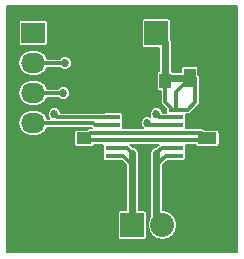
<source format=gtl>
G04 #@! TF.FileFunction,Copper,L1,Top,Signal*
%FSLAX46Y46*%
G04 Gerber Fmt 4.6, Leading zero omitted, Abs format (unit mm)*
G04 Created by KiCad (PCBNEW (2015-05-26 BZR 5680)-product) date 2015 June 16, Tuesday 18:31:44*
%MOMM*%
G01*
G04 APERTURE LIST*
%ADD10C,0.100000*%
%ADD11R,1.000000X1.250000*%
%ADD12R,1.000000X1.600000*%
%ADD13R,1.250000X1.000000*%
%ADD14R,1.600000X1.000000*%
%ADD15R,2.032000X2.032000*%
%ADD16O,2.032000X2.032000*%
%ADD17R,2.032000X1.727200*%
%ADD18O,2.032000X1.727200*%
%ADD19R,1.270000X0.406400*%
%ADD20C,0.685800*%
%ADD21C,0.304800*%
%ADD22C,0.609600*%
%ADD23C,0.152400*%
G04 APERTURE END LIST*
D10*
D11*
X161782000Y-86868000D03*
X159782000Y-86868000D03*
D12*
X163854000Y-86614000D03*
X166854000Y-86614000D03*
D13*
X154940000Y-91710000D03*
X154940000Y-93710000D03*
D14*
X165354000Y-91718000D03*
X165354000Y-94718000D03*
D15*
X161036000Y-82804000D03*
D16*
X158496000Y-82804000D03*
D17*
X150622000Y-82804000D03*
D18*
X150622000Y-85344000D03*
X150622000Y-87884000D03*
X150622000Y-90424000D03*
D15*
X159004000Y-99060000D03*
D16*
X161544000Y-99060000D03*
D19*
X157353000Y-89281000D03*
X157353000Y-89916000D03*
X157353000Y-90576400D03*
X157353000Y-91236800D03*
X157353000Y-91871800D03*
X157353000Y-92532200D03*
X157353000Y-93192600D03*
X157353000Y-93827600D03*
X157353000Y-94488000D03*
X157353000Y-95123000D03*
X162687000Y-95123000D03*
X162687000Y-94488000D03*
X162687000Y-93827600D03*
X162687000Y-93192600D03*
X162687000Y-92532200D03*
X162687000Y-91871800D03*
X162687000Y-91236800D03*
X162687000Y-90576400D03*
X162687000Y-89916000D03*
X162687000Y-89281000D03*
D20*
X149860000Y-100330000D03*
X156210000Y-97790000D03*
X156210000Y-99060000D03*
X156210000Y-100330000D03*
X154940000Y-100330000D03*
X154940000Y-99060000D03*
X154940000Y-97790000D03*
X154940000Y-96520000D03*
X154940000Y-95250000D03*
X153670000Y-95250000D03*
X152400000Y-95250000D03*
X152400000Y-93980000D03*
X152400000Y-92710000D03*
X151130000Y-92710000D03*
X149860000Y-92710000D03*
X149860000Y-93980000D03*
X151130000Y-93980000D03*
X151130000Y-95250000D03*
X149860000Y-95250000D03*
X149860000Y-96520000D03*
X151130000Y-96520000D03*
X152400000Y-96520000D03*
X153670000Y-96520000D03*
X153670000Y-97790000D03*
X152400000Y-97790000D03*
X151130000Y-97790000D03*
X149860000Y-97790000D03*
X149860000Y-99060000D03*
X151130000Y-99060000D03*
X152400000Y-99060000D03*
X153670000Y-99060000D03*
X153670000Y-100330000D03*
X152400000Y-100330000D03*
X151130000Y-100330000D03*
X156210000Y-95250000D03*
X156210000Y-96520000D03*
X157480000Y-96520000D03*
X160020000Y-95250000D03*
X160020000Y-93980000D03*
X160020000Y-92710000D03*
X163830000Y-100330000D03*
X163830000Y-99060000D03*
X163830000Y-97790000D03*
X163830000Y-96520000D03*
X165100000Y-96520000D03*
X165100000Y-97790000D03*
X165100000Y-99060000D03*
X165100000Y-100330000D03*
X166370000Y-100330000D03*
X166370000Y-99060000D03*
X166370000Y-97790000D03*
X166370000Y-96520000D03*
X166370000Y-90170000D03*
X165100000Y-90170000D03*
X165100000Y-88900000D03*
X166370000Y-88900000D03*
X156210000Y-81280000D03*
X154940000Y-81280000D03*
X153670000Y-81280000D03*
X152400000Y-82550000D03*
X153670000Y-82550000D03*
X154940000Y-82550000D03*
X156210000Y-82550000D03*
X156210000Y-83820000D03*
X154940000Y-83820000D03*
X153670000Y-83820000D03*
X154940000Y-85090000D03*
X156210000Y-85090000D03*
X156210000Y-86360000D03*
X157480000Y-86360000D03*
X157480000Y-85090000D03*
X158750000Y-85090000D03*
X160020000Y-85090000D03*
X163830000Y-83820000D03*
X163830000Y-82550000D03*
X163830000Y-81280000D03*
X165100000Y-81280000D03*
X165100000Y-82550000D03*
X165100000Y-83820000D03*
X165100000Y-85090000D03*
X166370000Y-85090000D03*
X166370000Y-83820000D03*
X166370000Y-82550000D03*
X166370000Y-81280000D03*
X152400000Y-89662000D03*
X161036000Y-89662000D03*
X153289000Y-85344000D03*
X160274000Y-90424000D03*
X153162000Y-87884000D03*
D21*
X162687000Y-89281000D02*
X162687000Y-87781000D01*
X162687000Y-87781000D02*
X163854000Y-86614000D01*
X162687000Y-89281000D02*
X162433000Y-89281000D01*
X162433000Y-89281000D02*
X161782000Y-88630000D01*
X161782000Y-88630000D02*
X161782000Y-86868000D01*
D22*
X162036000Y-86614000D02*
X161782000Y-86868000D01*
X163854000Y-86614000D02*
X162036000Y-86614000D01*
X161798000Y-83566000D02*
X161036000Y-82804000D01*
X161798000Y-85344000D02*
X161798000Y-83566000D01*
X161782000Y-86376000D02*
X161798000Y-85344000D01*
X161782000Y-86868000D02*
X161782000Y-86376000D01*
D21*
X164338000Y-86614000D02*
X163854000Y-86614000D01*
X163703000Y-89281000D02*
X164338000Y-88646000D01*
X164338000Y-88646000D02*
X164338000Y-87376000D01*
X164338000Y-87376000D02*
X164338000Y-86614000D01*
X162687000Y-89281000D02*
X163703000Y-89281000D01*
X163854000Y-86844000D02*
X163854000Y-86614000D01*
D23*
X156210000Y-99060000D02*
X156210000Y-100330000D01*
X154940000Y-100330000D02*
X154940000Y-99060000D01*
X154940000Y-97790000D02*
X154940000Y-96520000D01*
X154940000Y-95250000D02*
X153670000Y-95250000D01*
X152400000Y-95250000D02*
X152400000Y-93980000D01*
X152400000Y-92710000D02*
X151130000Y-92710000D01*
X149860000Y-92710000D02*
X149860000Y-93980000D01*
X151130000Y-93980000D02*
X151130000Y-95250000D01*
X149860000Y-95250000D02*
X149860000Y-96520000D01*
X151130000Y-96520000D02*
X152400000Y-96520000D01*
X153670000Y-96520000D02*
X153670000Y-97790000D01*
X152400000Y-97790000D02*
X151130000Y-97790000D01*
X149860000Y-97790000D02*
X149860000Y-99060000D01*
X151130000Y-99060000D02*
X152400000Y-99060000D01*
X153670000Y-99060000D02*
X153670000Y-100330000D01*
X152400000Y-100330000D02*
X151130000Y-100330000D01*
X156210000Y-97790000D02*
X156210000Y-96520000D01*
X154940000Y-93710000D02*
X154940000Y-93980000D01*
X154940000Y-93980000D02*
X156210000Y-95250000D01*
X156210000Y-96520000D02*
X157480000Y-96520000D01*
X160020000Y-95250000D02*
X160020000Y-93980000D01*
D21*
X165354000Y-94718000D02*
X165354000Y-95504000D01*
X163830000Y-97790000D02*
X163830000Y-99060000D01*
X165100000Y-96520000D02*
X163830000Y-96520000D01*
X165100000Y-99060000D02*
X165100000Y-97790000D01*
X166370000Y-100330000D02*
X165100000Y-100330000D01*
X166370000Y-97790000D02*
X166370000Y-99060000D01*
X165354000Y-95504000D02*
X166370000Y-96520000D01*
X166854000Y-86614000D02*
X166854000Y-88416000D01*
X165100000Y-88900000D02*
X165100000Y-90170000D01*
X166854000Y-88416000D02*
X166370000Y-88900000D01*
X158496000Y-82804000D02*
X157734000Y-82804000D01*
X157734000Y-82804000D02*
X156210000Y-81280000D01*
X154940000Y-81280000D02*
X153670000Y-81280000D01*
X152400000Y-82550000D02*
X153670000Y-82550000D01*
X154940000Y-82550000D02*
X156210000Y-82550000D01*
X156210000Y-83820000D02*
X154940000Y-83820000D01*
X153670000Y-83820000D02*
X154940000Y-85090000D01*
X156210000Y-85090000D02*
X156210000Y-86360000D01*
X157480000Y-86360000D02*
X157480000Y-85090000D01*
X158750000Y-85090000D02*
X160020000Y-85090000D01*
X163830000Y-83820000D02*
X163830000Y-82550000D01*
X163830000Y-81280000D02*
X165100000Y-81280000D01*
X165100000Y-82550000D02*
X165100000Y-83820000D01*
X165100000Y-85090000D02*
X166370000Y-85090000D01*
X166370000Y-83820000D02*
X166370000Y-82550000D01*
X155159200Y-91490800D02*
X154940000Y-91710000D01*
X157353000Y-91236800D02*
X162687000Y-91236800D01*
X157353000Y-91871800D02*
X162687000Y-91871800D01*
X155413200Y-91236800D02*
X154940000Y-91710000D01*
X157353000Y-91236800D02*
X155413200Y-91236800D01*
X155101800Y-91871800D02*
X154940000Y-91710000D01*
X157353000Y-91871800D02*
X155101800Y-91871800D01*
X164872800Y-91236800D02*
X165354000Y-91718000D01*
X162687000Y-91236800D02*
X164872800Y-91236800D01*
X165200200Y-91871800D02*
X165354000Y-91718000D01*
X162687000Y-91871800D02*
X165200200Y-91871800D01*
X152400000Y-89662000D02*
X152654000Y-89916000D01*
X152654000Y-89916000D02*
X157353000Y-89916000D01*
X150622000Y-85344000D02*
X153289000Y-85344000D01*
X161290000Y-89916000D02*
X162687000Y-89916000D01*
X161036000Y-89662000D02*
X161290000Y-89916000D01*
X150622000Y-87884000D02*
X153162000Y-87884000D01*
X160426400Y-90576400D02*
X162687000Y-90576400D01*
X160274000Y-90424000D02*
X160426400Y-90576400D01*
X150876000Y-90170000D02*
X150622000Y-90424000D01*
X155702000Y-90424000D02*
X155854400Y-90576400D01*
X155854400Y-90576400D02*
X157353000Y-90576400D01*
X150622000Y-90424000D02*
X155702000Y-90424000D01*
X158572200Y-92532200D02*
X157353000Y-92532200D01*
X158572200Y-92532200D02*
X159004000Y-92964000D01*
D22*
X159004000Y-93980000D02*
X159004000Y-92964000D01*
X159004000Y-99060000D02*
X159004000Y-93980000D01*
D21*
X158216600Y-93192600D02*
X159004000Y-93980000D01*
X157353000Y-93192600D02*
X158216600Y-93192600D01*
D22*
X161036000Y-98552000D02*
X161544000Y-99060000D01*
D21*
X161467800Y-92532200D02*
X162687000Y-92532200D01*
X161467800Y-92532200D02*
X161036000Y-92964000D01*
D22*
X161036000Y-98552000D02*
X161036000Y-93980000D01*
X161036000Y-93980000D02*
X161036000Y-92964000D01*
D21*
X162687000Y-93192600D02*
X161823400Y-93192600D01*
X161823400Y-93192600D02*
X161036000Y-93980000D01*
D23*
G36*
X167869400Y-101321400D02*
X166387079Y-101321400D01*
X166387079Y-92218000D01*
X166387079Y-91218000D01*
X166370167Y-91130836D01*
X166319842Y-91054226D01*
X166243871Y-91002944D01*
X166154000Y-90984921D01*
X165159736Y-90984921D01*
X165142208Y-90967392D01*
X165018603Y-90884802D01*
X164872800Y-90855800D01*
X163539797Y-90855800D01*
X163555079Y-90779600D01*
X163555079Y-90373200D01*
X163538167Y-90286036D01*
X163511996Y-90246195D01*
X163537056Y-90209071D01*
X163555079Y-90119200D01*
X163555079Y-89712800D01*
X163545222Y-89662000D01*
X163703000Y-89662000D01*
X163848802Y-89632998D01*
X163848803Y-89632998D01*
X163972408Y-89550408D01*
X164607404Y-88915410D01*
X164607408Y-88915408D01*
X164607408Y-88915407D01*
X164689998Y-88791802D01*
X164719000Y-88646000D01*
X164719001Y-88646000D01*
X164719000Y-88645994D01*
X164719000Y-87376000D01*
X164719000Y-86614000D01*
X164689998Y-86468198D01*
X164607408Y-86344592D01*
X164587079Y-86331008D01*
X164587079Y-85814000D01*
X164570167Y-85726836D01*
X164519842Y-85650226D01*
X164443871Y-85598944D01*
X164354000Y-85580921D01*
X163354000Y-85580921D01*
X163266836Y-85597833D01*
X163190226Y-85648158D01*
X163138944Y-85724129D01*
X163120921Y-85814000D01*
X163120921Y-86080600D01*
X162448744Y-86080600D01*
X162447842Y-86079226D01*
X162371871Y-86027944D01*
X162321018Y-86017745D01*
X162331336Y-85352269D01*
X162330578Y-85348128D01*
X162331400Y-85344000D01*
X162331400Y-83566005D01*
X162331400Y-83566000D01*
X162331401Y-83566000D01*
X162290797Y-83361877D01*
X162285079Y-83353319D01*
X162285079Y-81788000D01*
X162268167Y-81700836D01*
X162217842Y-81624226D01*
X162141871Y-81572944D01*
X162052000Y-81554921D01*
X160020000Y-81554921D01*
X159932836Y-81571833D01*
X159856226Y-81622158D01*
X159804944Y-81698129D01*
X159786921Y-81788000D01*
X159786921Y-83820000D01*
X159803833Y-83907164D01*
X159854158Y-83983774D01*
X159930129Y-84035056D01*
X160020000Y-84053079D01*
X161264600Y-84053079D01*
X161264600Y-85339859D01*
X161254127Y-86015328D01*
X161194836Y-86026833D01*
X161118226Y-86077158D01*
X161066944Y-86153129D01*
X161048921Y-86243000D01*
X161048921Y-87493000D01*
X161065833Y-87580164D01*
X161116158Y-87656774D01*
X161192129Y-87708056D01*
X161282000Y-87726079D01*
X161401000Y-87726079D01*
X161401000Y-88630000D01*
X161430002Y-88775803D01*
X161512592Y-88899408D01*
X161818921Y-89205737D01*
X161818921Y-89484200D01*
X161828777Y-89535000D01*
X161601888Y-89535000D01*
X161520776Y-89338694D01*
X161360151Y-89177789D01*
X161150177Y-89090600D01*
X160922820Y-89090401D01*
X160712694Y-89177224D01*
X160551789Y-89337849D01*
X160464600Y-89547823D01*
X160464401Y-89775180D01*
X160518802Y-89906840D01*
X160388177Y-89852600D01*
X160160820Y-89852401D01*
X159950694Y-89939224D01*
X159789789Y-90099849D01*
X159702600Y-90309823D01*
X159702401Y-90537180D01*
X159789224Y-90747306D01*
X159897529Y-90855800D01*
X158205797Y-90855800D01*
X158221079Y-90779600D01*
X158221079Y-90373200D01*
X158204167Y-90286036D01*
X158177996Y-90246195D01*
X158203056Y-90209071D01*
X158221079Y-90119200D01*
X158221079Y-89712800D01*
X158204167Y-89625636D01*
X158153842Y-89549026D01*
X158077871Y-89497744D01*
X157988000Y-89479721D01*
X156718000Y-89479721D01*
X156630836Y-89496633D01*
X156572429Y-89535000D01*
X153860599Y-89535000D01*
X153860599Y-85230820D01*
X153773776Y-85020694D01*
X153613151Y-84859789D01*
X153403177Y-84772600D01*
X153175820Y-84772401D01*
X152965694Y-84859224D01*
X152861737Y-84963000D01*
X151871079Y-84963000D01*
X151871079Y-83667600D01*
X151871079Y-81940400D01*
X151854167Y-81853236D01*
X151803842Y-81776626D01*
X151727871Y-81725344D01*
X151638000Y-81707321D01*
X149606000Y-81707321D01*
X149518836Y-81724233D01*
X149442226Y-81774558D01*
X149390944Y-81850529D01*
X149372921Y-81940400D01*
X149372921Y-83667600D01*
X149389833Y-83754764D01*
X149440158Y-83831374D01*
X149516129Y-83882656D01*
X149606000Y-83900679D01*
X151638000Y-83900679D01*
X151725164Y-83883767D01*
X151801774Y-83833442D01*
X151853056Y-83757471D01*
X151871079Y-83667600D01*
X151871079Y-84963000D01*
X151815197Y-84963000D01*
X151807844Y-84926033D01*
X151571085Y-84571698D01*
X151216750Y-84334939D01*
X150798783Y-84251800D01*
X150445217Y-84251800D01*
X150027250Y-84334939D01*
X149672915Y-84571698D01*
X149436156Y-84926033D01*
X149353017Y-85344000D01*
X149436156Y-85761967D01*
X149672915Y-86116302D01*
X150027250Y-86353061D01*
X150445217Y-86436200D01*
X150798783Y-86436200D01*
X151216750Y-86353061D01*
X151571085Y-86116302D01*
X151807844Y-85761967D01*
X151815197Y-85725000D01*
X152861817Y-85725000D01*
X152964849Y-85828211D01*
X153174823Y-85915400D01*
X153402180Y-85915599D01*
X153612306Y-85828776D01*
X153773211Y-85668151D01*
X153860400Y-85458177D01*
X153860599Y-85230820D01*
X153860599Y-89535000D01*
X153733599Y-89535000D01*
X153733599Y-87770820D01*
X153646776Y-87560694D01*
X153486151Y-87399789D01*
X153276177Y-87312600D01*
X153048820Y-87312401D01*
X152838694Y-87399224D01*
X152734737Y-87503000D01*
X151815197Y-87503000D01*
X151807844Y-87466033D01*
X151571085Y-87111698D01*
X151216750Y-86874939D01*
X150798783Y-86791800D01*
X150445217Y-86791800D01*
X150027250Y-86874939D01*
X149672915Y-87111698D01*
X149436156Y-87466033D01*
X149353017Y-87884000D01*
X149436156Y-88301967D01*
X149672915Y-88656302D01*
X150027250Y-88893061D01*
X150445217Y-88976200D01*
X150798783Y-88976200D01*
X151216750Y-88893061D01*
X151571085Y-88656302D01*
X151807844Y-88301967D01*
X151815197Y-88265000D01*
X152734817Y-88265000D01*
X152837849Y-88368211D01*
X153047823Y-88455400D01*
X153275180Y-88455599D01*
X153485306Y-88368776D01*
X153646211Y-88208151D01*
X153733400Y-87998177D01*
X153733599Y-87770820D01*
X153733599Y-89535000D01*
X152965888Y-89535000D01*
X152884776Y-89338694D01*
X152724151Y-89177789D01*
X152514177Y-89090600D01*
X152286820Y-89090401D01*
X152076694Y-89177224D01*
X151915789Y-89337849D01*
X151828600Y-89547823D01*
X151828401Y-89775180D01*
X151915224Y-89985306D01*
X151972817Y-90043000D01*
X151815197Y-90043000D01*
X151807844Y-90006033D01*
X151571085Y-89651698D01*
X151216750Y-89414939D01*
X150798783Y-89331800D01*
X150445217Y-89331800D01*
X150027250Y-89414939D01*
X149672915Y-89651698D01*
X149436156Y-90006033D01*
X149353017Y-90424000D01*
X149436156Y-90841967D01*
X149672915Y-91196302D01*
X150027250Y-91433061D01*
X150445217Y-91516200D01*
X150798783Y-91516200D01*
X151216750Y-91433061D01*
X151571085Y-91196302D01*
X151807844Y-90841967D01*
X151815197Y-90805000D01*
X155544184Y-90805000D01*
X155584992Y-90845808D01*
X155599946Y-90855800D01*
X155413205Y-90855800D01*
X155413200Y-90855799D01*
X155267398Y-90884802D01*
X155143792Y-90967392D01*
X155134263Y-90976921D01*
X154315000Y-90976921D01*
X154227836Y-90993833D01*
X154151226Y-91044158D01*
X154099944Y-91120129D01*
X154081921Y-91210000D01*
X154081921Y-92210000D01*
X154098833Y-92297164D01*
X154149158Y-92373774D01*
X154225129Y-92425056D01*
X154315000Y-92443079D01*
X155565000Y-92443079D01*
X155652164Y-92426167D01*
X155728774Y-92375842D01*
X155780056Y-92299871D01*
X155789495Y-92252800D01*
X156500202Y-92252800D01*
X156484921Y-92329000D01*
X156484921Y-92735400D01*
X156501833Y-92822564D01*
X156528003Y-92862404D01*
X156502944Y-92899529D01*
X156484921Y-92989400D01*
X156484921Y-93395800D01*
X156501833Y-93482964D01*
X156552158Y-93559574D01*
X156628129Y-93610856D01*
X156718000Y-93628879D01*
X157988000Y-93628879D01*
X158075164Y-93611967D01*
X158088433Y-93603249D01*
X158470600Y-93985416D01*
X158470600Y-97810921D01*
X157988000Y-97810921D01*
X157900836Y-97827833D01*
X157824226Y-97878158D01*
X157772944Y-97954129D01*
X157754921Y-98044000D01*
X157754921Y-100076000D01*
X157771833Y-100163164D01*
X157822158Y-100239774D01*
X157898129Y-100291056D01*
X157988000Y-100309079D01*
X160020000Y-100309079D01*
X160107164Y-100292167D01*
X160183774Y-100241842D01*
X160235056Y-100165871D01*
X160253079Y-100076000D01*
X160253079Y-98044000D01*
X160236167Y-97956836D01*
X160185842Y-97880226D01*
X160109871Y-97828944D01*
X160020000Y-97810921D01*
X159537400Y-97810921D01*
X159537400Y-93980000D01*
X159537400Y-92964000D01*
X159496797Y-92759877D01*
X159381171Y-92586829D01*
X159208123Y-92471203D01*
X159010760Y-92431944D01*
X158841608Y-92262792D01*
X158826653Y-92252800D01*
X161213346Y-92252800D01*
X161198392Y-92262792D01*
X161198389Y-92262795D01*
X161029239Y-92431944D01*
X160831877Y-92471203D01*
X160658829Y-92586829D01*
X160543203Y-92759877D01*
X160502600Y-92964000D01*
X160502600Y-93980000D01*
X160502600Y-98397007D01*
X160394140Y-98559329D01*
X160299400Y-99035617D01*
X160299400Y-99084383D01*
X160394140Y-99560671D01*
X160663935Y-99964448D01*
X161067712Y-100234243D01*
X161544000Y-100328983D01*
X162020288Y-100234243D01*
X162424065Y-99964448D01*
X162693860Y-99560671D01*
X162788600Y-99084383D01*
X162788600Y-99035617D01*
X162693860Y-98559329D01*
X162424065Y-98155552D01*
X162020288Y-97885757D01*
X161569400Y-97796069D01*
X161569400Y-93985416D01*
X161951281Y-93603534D01*
X161962129Y-93610856D01*
X162052000Y-93628879D01*
X163322000Y-93628879D01*
X163409164Y-93611967D01*
X163485774Y-93561642D01*
X163537056Y-93485671D01*
X163555079Y-93395800D01*
X163555079Y-92989400D01*
X163538167Y-92902236D01*
X163511996Y-92862395D01*
X163537056Y-92825271D01*
X163555079Y-92735400D01*
X163555079Y-92329000D01*
X163540294Y-92252800D01*
X164327673Y-92252800D01*
X164337833Y-92305164D01*
X164388158Y-92381774D01*
X164464129Y-92433056D01*
X164554000Y-92451079D01*
X166154000Y-92451079D01*
X166241164Y-92434167D01*
X166317774Y-92383842D01*
X166369056Y-92307871D01*
X166387079Y-92218000D01*
X166387079Y-101321400D01*
X148360600Y-101321400D01*
X148360600Y-80542600D01*
X167869400Y-80542600D01*
X167869400Y-101321400D01*
X167869400Y-101321400D01*
G37*
X167869400Y-101321400D02*
X166387079Y-101321400D01*
X166387079Y-92218000D01*
X166387079Y-91218000D01*
X166370167Y-91130836D01*
X166319842Y-91054226D01*
X166243871Y-91002944D01*
X166154000Y-90984921D01*
X165159736Y-90984921D01*
X165142208Y-90967392D01*
X165018603Y-90884802D01*
X164872800Y-90855800D01*
X163539797Y-90855800D01*
X163555079Y-90779600D01*
X163555079Y-90373200D01*
X163538167Y-90286036D01*
X163511996Y-90246195D01*
X163537056Y-90209071D01*
X163555079Y-90119200D01*
X163555079Y-89712800D01*
X163545222Y-89662000D01*
X163703000Y-89662000D01*
X163848802Y-89632998D01*
X163848803Y-89632998D01*
X163972408Y-89550408D01*
X164607404Y-88915410D01*
X164607408Y-88915408D01*
X164607408Y-88915407D01*
X164689998Y-88791802D01*
X164719000Y-88646000D01*
X164719001Y-88646000D01*
X164719000Y-88645994D01*
X164719000Y-87376000D01*
X164719000Y-86614000D01*
X164689998Y-86468198D01*
X164607408Y-86344592D01*
X164587079Y-86331008D01*
X164587079Y-85814000D01*
X164570167Y-85726836D01*
X164519842Y-85650226D01*
X164443871Y-85598944D01*
X164354000Y-85580921D01*
X163354000Y-85580921D01*
X163266836Y-85597833D01*
X163190226Y-85648158D01*
X163138944Y-85724129D01*
X163120921Y-85814000D01*
X163120921Y-86080600D01*
X162448744Y-86080600D01*
X162447842Y-86079226D01*
X162371871Y-86027944D01*
X162321018Y-86017745D01*
X162331336Y-85352269D01*
X162330578Y-85348128D01*
X162331400Y-85344000D01*
X162331400Y-83566005D01*
X162331400Y-83566000D01*
X162331401Y-83566000D01*
X162290797Y-83361877D01*
X162285079Y-83353319D01*
X162285079Y-81788000D01*
X162268167Y-81700836D01*
X162217842Y-81624226D01*
X162141871Y-81572944D01*
X162052000Y-81554921D01*
X160020000Y-81554921D01*
X159932836Y-81571833D01*
X159856226Y-81622158D01*
X159804944Y-81698129D01*
X159786921Y-81788000D01*
X159786921Y-83820000D01*
X159803833Y-83907164D01*
X159854158Y-83983774D01*
X159930129Y-84035056D01*
X160020000Y-84053079D01*
X161264600Y-84053079D01*
X161264600Y-85339859D01*
X161254127Y-86015328D01*
X161194836Y-86026833D01*
X161118226Y-86077158D01*
X161066944Y-86153129D01*
X161048921Y-86243000D01*
X161048921Y-87493000D01*
X161065833Y-87580164D01*
X161116158Y-87656774D01*
X161192129Y-87708056D01*
X161282000Y-87726079D01*
X161401000Y-87726079D01*
X161401000Y-88630000D01*
X161430002Y-88775803D01*
X161512592Y-88899408D01*
X161818921Y-89205737D01*
X161818921Y-89484200D01*
X161828777Y-89535000D01*
X161601888Y-89535000D01*
X161520776Y-89338694D01*
X161360151Y-89177789D01*
X161150177Y-89090600D01*
X160922820Y-89090401D01*
X160712694Y-89177224D01*
X160551789Y-89337849D01*
X160464600Y-89547823D01*
X160464401Y-89775180D01*
X160518802Y-89906840D01*
X160388177Y-89852600D01*
X160160820Y-89852401D01*
X159950694Y-89939224D01*
X159789789Y-90099849D01*
X159702600Y-90309823D01*
X159702401Y-90537180D01*
X159789224Y-90747306D01*
X159897529Y-90855800D01*
X158205797Y-90855800D01*
X158221079Y-90779600D01*
X158221079Y-90373200D01*
X158204167Y-90286036D01*
X158177996Y-90246195D01*
X158203056Y-90209071D01*
X158221079Y-90119200D01*
X158221079Y-89712800D01*
X158204167Y-89625636D01*
X158153842Y-89549026D01*
X158077871Y-89497744D01*
X157988000Y-89479721D01*
X156718000Y-89479721D01*
X156630836Y-89496633D01*
X156572429Y-89535000D01*
X153860599Y-89535000D01*
X153860599Y-85230820D01*
X153773776Y-85020694D01*
X153613151Y-84859789D01*
X153403177Y-84772600D01*
X153175820Y-84772401D01*
X152965694Y-84859224D01*
X152861737Y-84963000D01*
X151871079Y-84963000D01*
X151871079Y-83667600D01*
X151871079Y-81940400D01*
X151854167Y-81853236D01*
X151803842Y-81776626D01*
X151727871Y-81725344D01*
X151638000Y-81707321D01*
X149606000Y-81707321D01*
X149518836Y-81724233D01*
X149442226Y-81774558D01*
X149390944Y-81850529D01*
X149372921Y-81940400D01*
X149372921Y-83667600D01*
X149389833Y-83754764D01*
X149440158Y-83831374D01*
X149516129Y-83882656D01*
X149606000Y-83900679D01*
X151638000Y-83900679D01*
X151725164Y-83883767D01*
X151801774Y-83833442D01*
X151853056Y-83757471D01*
X151871079Y-83667600D01*
X151871079Y-84963000D01*
X151815197Y-84963000D01*
X151807844Y-84926033D01*
X151571085Y-84571698D01*
X151216750Y-84334939D01*
X150798783Y-84251800D01*
X150445217Y-84251800D01*
X150027250Y-84334939D01*
X149672915Y-84571698D01*
X149436156Y-84926033D01*
X149353017Y-85344000D01*
X149436156Y-85761967D01*
X149672915Y-86116302D01*
X150027250Y-86353061D01*
X150445217Y-86436200D01*
X150798783Y-86436200D01*
X151216750Y-86353061D01*
X151571085Y-86116302D01*
X151807844Y-85761967D01*
X151815197Y-85725000D01*
X152861817Y-85725000D01*
X152964849Y-85828211D01*
X153174823Y-85915400D01*
X153402180Y-85915599D01*
X153612306Y-85828776D01*
X153773211Y-85668151D01*
X153860400Y-85458177D01*
X153860599Y-85230820D01*
X153860599Y-89535000D01*
X153733599Y-89535000D01*
X153733599Y-87770820D01*
X153646776Y-87560694D01*
X153486151Y-87399789D01*
X153276177Y-87312600D01*
X153048820Y-87312401D01*
X152838694Y-87399224D01*
X152734737Y-87503000D01*
X151815197Y-87503000D01*
X151807844Y-87466033D01*
X151571085Y-87111698D01*
X151216750Y-86874939D01*
X150798783Y-86791800D01*
X150445217Y-86791800D01*
X150027250Y-86874939D01*
X149672915Y-87111698D01*
X149436156Y-87466033D01*
X149353017Y-87884000D01*
X149436156Y-88301967D01*
X149672915Y-88656302D01*
X150027250Y-88893061D01*
X150445217Y-88976200D01*
X150798783Y-88976200D01*
X151216750Y-88893061D01*
X151571085Y-88656302D01*
X151807844Y-88301967D01*
X151815197Y-88265000D01*
X152734817Y-88265000D01*
X152837849Y-88368211D01*
X153047823Y-88455400D01*
X153275180Y-88455599D01*
X153485306Y-88368776D01*
X153646211Y-88208151D01*
X153733400Y-87998177D01*
X153733599Y-87770820D01*
X153733599Y-89535000D01*
X152965888Y-89535000D01*
X152884776Y-89338694D01*
X152724151Y-89177789D01*
X152514177Y-89090600D01*
X152286820Y-89090401D01*
X152076694Y-89177224D01*
X151915789Y-89337849D01*
X151828600Y-89547823D01*
X151828401Y-89775180D01*
X151915224Y-89985306D01*
X151972817Y-90043000D01*
X151815197Y-90043000D01*
X151807844Y-90006033D01*
X151571085Y-89651698D01*
X151216750Y-89414939D01*
X150798783Y-89331800D01*
X150445217Y-89331800D01*
X150027250Y-89414939D01*
X149672915Y-89651698D01*
X149436156Y-90006033D01*
X149353017Y-90424000D01*
X149436156Y-90841967D01*
X149672915Y-91196302D01*
X150027250Y-91433061D01*
X150445217Y-91516200D01*
X150798783Y-91516200D01*
X151216750Y-91433061D01*
X151571085Y-91196302D01*
X151807844Y-90841967D01*
X151815197Y-90805000D01*
X155544184Y-90805000D01*
X155584992Y-90845808D01*
X155599946Y-90855800D01*
X155413205Y-90855800D01*
X155413200Y-90855799D01*
X155267398Y-90884802D01*
X155143792Y-90967392D01*
X155134263Y-90976921D01*
X154315000Y-90976921D01*
X154227836Y-90993833D01*
X154151226Y-91044158D01*
X154099944Y-91120129D01*
X154081921Y-91210000D01*
X154081921Y-92210000D01*
X154098833Y-92297164D01*
X154149158Y-92373774D01*
X154225129Y-92425056D01*
X154315000Y-92443079D01*
X155565000Y-92443079D01*
X155652164Y-92426167D01*
X155728774Y-92375842D01*
X155780056Y-92299871D01*
X155789495Y-92252800D01*
X156500202Y-92252800D01*
X156484921Y-92329000D01*
X156484921Y-92735400D01*
X156501833Y-92822564D01*
X156528003Y-92862404D01*
X156502944Y-92899529D01*
X156484921Y-92989400D01*
X156484921Y-93395800D01*
X156501833Y-93482964D01*
X156552158Y-93559574D01*
X156628129Y-93610856D01*
X156718000Y-93628879D01*
X157988000Y-93628879D01*
X158075164Y-93611967D01*
X158088433Y-93603249D01*
X158470600Y-93985416D01*
X158470600Y-97810921D01*
X157988000Y-97810921D01*
X157900836Y-97827833D01*
X157824226Y-97878158D01*
X157772944Y-97954129D01*
X157754921Y-98044000D01*
X157754921Y-100076000D01*
X157771833Y-100163164D01*
X157822158Y-100239774D01*
X157898129Y-100291056D01*
X157988000Y-100309079D01*
X160020000Y-100309079D01*
X160107164Y-100292167D01*
X160183774Y-100241842D01*
X160235056Y-100165871D01*
X160253079Y-100076000D01*
X160253079Y-98044000D01*
X160236167Y-97956836D01*
X160185842Y-97880226D01*
X160109871Y-97828944D01*
X160020000Y-97810921D01*
X159537400Y-97810921D01*
X159537400Y-93980000D01*
X159537400Y-92964000D01*
X159496797Y-92759877D01*
X159381171Y-92586829D01*
X159208123Y-92471203D01*
X159010760Y-92431944D01*
X158841608Y-92262792D01*
X158826653Y-92252800D01*
X161213346Y-92252800D01*
X161198392Y-92262792D01*
X161198389Y-92262795D01*
X161029239Y-92431944D01*
X160831877Y-92471203D01*
X160658829Y-92586829D01*
X160543203Y-92759877D01*
X160502600Y-92964000D01*
X160502600Y-93980000D01*
X160502600Y-98397007D01*
X160394140Y-98559329D01*
X160299400Y-99035617D01*
X160299400Y-99084383D01*
X160394140Y-99560671D01*
X160663935Y-99964448D01*
X161067712Y-100234243D01*
X161544000Y-100328983D01*
X162020288Y-100234243D01*
X162424065Y-99964448D01*
X162693860Y-99560671D01*
X162788600Y-99084383D01*
X162788600Y-99035617D01*
X162693860Y-98559329D01*
X162424065Y-98155552D01*
X162020288Y-97885757D01*
X161569400Y-97796069D01*
X161569400Y-93985416D01*
X161951281Y-93603534D01*
X161962129Y-93610856D01*
X162052000Y-93628879D01*
X163322000Y-93628879D01*
X163409164Y-93611967D01*
X163485774Y-93561642D01*
X163537056Y-93485671D01*
X163555079Y-93395800D01*
X163555079Y-92989400D01*
X163538167Y-92902236D01*
X163511996Y-92862395D01*
X163537056Y-92825271D01*
X163555079Y-92735400D01*
X163555079Y-92329000D01*
X163540294Y-92252800D01*
X164327673Y-92252800D01*
X164337833Y-92305164D01*
X164388158Y-92381774D01*
X164464129Y-92433056D01*
X164554000Y-92451079D01*
X166154000Y-92451079D01*
X166241164Y-92434167D01*
X166317774Y-92383842D01*
X166369056Y-92307871D01*
X166387079Y-92218000D01*
X166387079Y-101321400D01*
X148360600Y-101321400D01*
X148360600Y-80542600D01*
X167869400Y-80542600D01*
X167869400Y-101321400D01*
M02*

</source>
